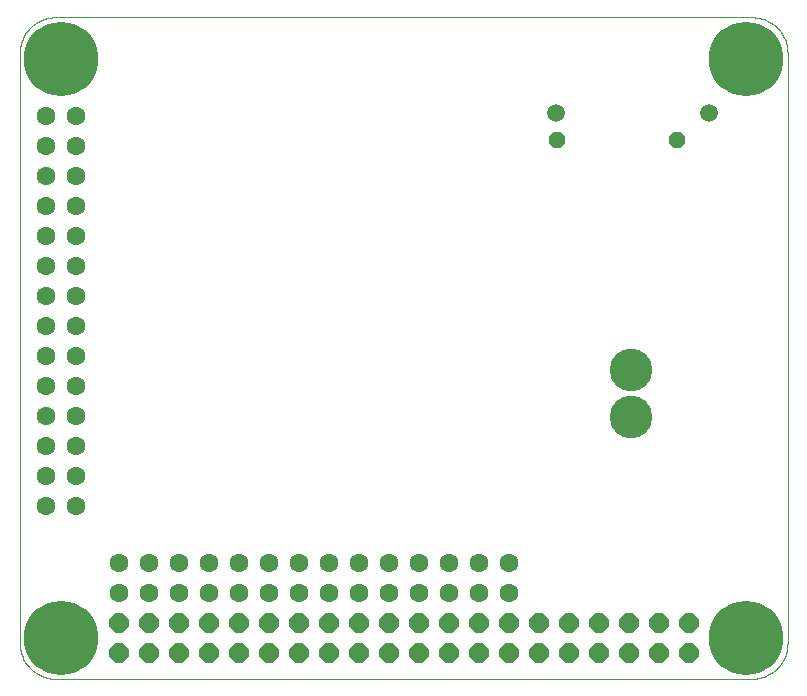
<source format=gbs>
G75*
%MOIN*%
%OFA0B0*%
%FSLAX24Y24*%
%IPPOS*%
%LPD*%
%AMOC8*
5,1,8,0,0,1.08239X$1,22.5*
%
%ADD10C,0.0039*%
%ADD11OC8,0.0520*%
%ADD12C,0.1418*%
%ADD13C,0.2481*%
%ADD14OC8,0.0640*%
%ADD15C,0.0631*%
%ADD16C,0.0591*%
D10*
X008983Y003305D02*
X008983Y022990D01*
X008985Y023056D01*
X008990Y023122D01*
X009000Y023188D01*
X009013Y023253D01*
X009029Y023317D01*
X009049Y023380D01*
X009073Y023442D01*
X009100Y023502D01*
X009130Y023561D01*
X009164Y023618D01*
X009201Y023673D01*
X009241Y023726D01*
X009283Y023777D01*
X009329Y023825D01*
X009377Y023871D01*
X009428Y023913D01*
X009481Y023953D01*
X009536Y023990D01*
X009593Y024024D01*
X009652Y024054D01*
X009712Y024081D01*
X009774Y024105D01*
X009837Y024125D01*
X009901Y024141D01*
X009966Y024154D01*
X010032Y024164D01*
X010098Y024169D01*
X010164Y024171D01*
X033393Y024171D01*
X033459Y024169D01*
X033525Y024164D01*
X033591Y024154D01*
X033656Y024141D01*
X033720Y024125D01*
X033783Y024105D01*
X033845Y024081D01*
X033905Y024054D01*
X033964Y024024D01*
X034021Y023990D01*
X034076Y023953D01*
X034129Y023913D01*
X034180Y023871D01*
X034228Y023825D01*
X034274Y023777D01*
X034316Y023726D01*
X034356Y023673D01*
X034393Y023618D01*
X034427Y023561D01*
X034457Y023502D01*
X034484Y023442D01*
X034508Y023380D01*
X034528Y023317D01*
X034544Y023253D01*
X034557Y023188D01*
X034567Y023122D01*
X034572Y023056D01*
X034574Y022990D01*
X034574Y003305D01*
X034572Y003239D01*
X034567Y003173D01*
X034557Y003107D01*
X034544Y003042D01*
X034528Y002978D01*
X034508Y002915D01*
X034484Y002853D01*
X034457Y002793D01*
X034427Y002734D01*
X034393Y002677D01*
X034356Y002622D01*
X034316Y002569D01*
X034274Y002518D01*
X034228Y002470D01*
X034180Y002424D01*
X034129Y002382D01*
X034076Y002342D01*
X034021Y002305D01*
X033964Y002271D01*
X033905Y002241D01*
X033845Y002214D01*
X033783Y002190D01*
X033720Y002170D01*
X033656Y002154D01*
X033591Y002141D01*
X033525Y002131D01*
X033459Y002126D01*
X033393Y002124D01*
X010164Y002124D01*
X010098Y002126D01*
X010032Y002131D01*
X009966Y002141D01*
X009901Y002154D01*
X009837Y002170D01*
X009774Y002190D01*
X009712Y002214D01*
X009652Y002241D01*
X009593Y002271D01*
X009536Y002305D01*
X009481Y002342D01*
X009428Y002382D01*
X009377Y002424D01*
X009329Y002470D01*
X009283Y002518D01*
X009241Y002569D01*
X009201Y002622D01*
X009164Y002677D01*
X009130Y002734D01*
X009100Y002793D01*
X009073Y002853D01*
X009049Y002915D01*
X009029Y002978D01*
X009013Y003042D01*
X009000Y003107D01*
X008990Y003173D01*
X008985Y003239D01*
X008983Y003305D01*
D11*
X026873Y020101D03*
X030873Y020101D03*
D12*
X029357Y012417D03*
X029357Y010858D03*
D13*
X033196Y003502D03*
X010361Y003502D03*
X010361Y022793D03*
X033196Y022793D03*
D14*
X031279Y004002D03*
X030279Y004002D03*
X029279Y004002D03*
X028279Y004002D03*
X027279Y004002D03*
X026279Y004002D03*
X025279Y004002D03*
X024279Y004002D03*
X023279Y004002D03*
X022279Y004002D03*
X021279Y004002D03*
X020279Y004002D03*
X019279Y004002D03*
X018279Y004002D03*
X017279Y004002D03*
X016279Y004002D03*
X015279Y004002D03*
X014279Y004002D03*
X013279Y004002D03*
X012279Y004002D03*
X012279Y003002D03*
X013279Y003002D03*
X014279Y003002D03*
X015279Y003002D03*
X016279Y003002D03*
X017279Y003002D03*
X018279Y003002D03*
X019279Y003002D03*
X020279Y003002D03*
X021279Y003002D03*
X022279Y003002D03*
X023279Y003002D03*
X024279Y003002D03*
X025279Y003002D03*
X026279Y003002D03*
X027279Y003002D03*
X028279Y003002D03*
X029279Y003002D03*
X030279Y003002D03*
X031279Y003002D03*
D15*
X025279Y005002D03*
X024279Y005002D03*
X024279Y006002D03*
X025279Y006002D03*
X023279Y006002D03*
X023279Y005002D03*
X022279Y005002D03*
X021279Y005002D03*
X021279Y006002D03*
X022279Y006002D03*
X020279Y006002D03*
X020279Y005002D03*
X019279Y005002D03*
X018279Y005002D03*
X018279Y006002D03*
X019279Y006002D03*
X017279Y006002D03*
X017279Y005002D03*
X016279Y005002D03*
X015279Y005002D03*
X015279Y006002D03*
X016279Y006002D03*
X014279Y006002D03*
X013279Y006002D03*
X013279Y005002D03*
X014279Y005002D03*
X012279Y005002D03*
X012279Y006002D03*
X010861Y007876D03*
X009861Y007876D03*
X009861Y008876D03*
X010861Y008876D03*
X010861Y009876D03*
X009861Y009876D03*
X009861Y010876D03*
X010861Y010876D03*
X010861Y011876D03*
X009861Y011876D03*
X009861Y012876D03*
X010861Y012876D03*
X010861Y013876D03*
X009861Y013876D03*
X009861Y014876D03*
X010861Y014876D03*
X010861Y015876D03*
X009861Y015876D03*
X009861Y016876D03*
X010861Y016876D03*
X010861Y017876D03*
X009861Y017876D03*
X009861Y018876D03*
X010861Y018876D03*
X010861Y019876D03*
X009861Y019876D03*
X009861Y020876D03*
X010861Y020876D03*
D16*
X026872Y020972D03*
X031941Y020972D03*
M02*

</source>
